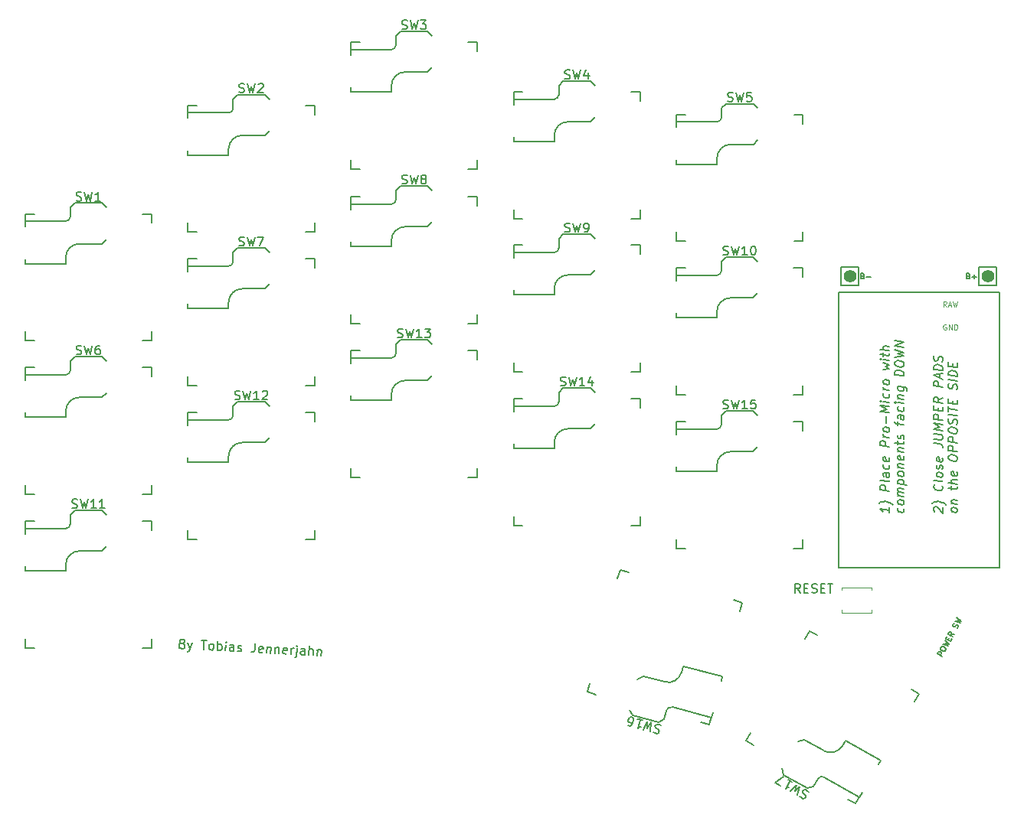
<source format=gbr>
%TF.GenerationSoftware,KiCad,Pcbnew,(6.0.7-1)-1*%
%TF.CreationDate,2022-09-01T14:34:03+02:00*%
%TF.ProjectId,sweep_no_curve,73776565-705f-46e6-9f5f-63757276652e,rev?*%
%TF.SameCoordinates,Original*%
%TF.FileFunction,Legend,Top*%
%TF.FilePolarity,Positive*%
%FSLAX46Y46*%
G04 Gerber Fmt 4.6, Leading zero omitted, Abs format (unit mm)*
G04 Created by KiCad (PCBNEW (6.0.7-1)-1) date 2022-09-01 14:34:03*
%MOMM*%
%LPD*%
G01*
G04 APERTURE LIST*
%ADD10C,0.150000*%
%ADD11C,0.120000*%
%ADD12C,1.397000*%
G04 APERTURE END LIST*
D10*
X37514016Y-86636149D02*
X37654185Y-86691179D01*
X37699247Y-86741225D01*
X37741816Y-86838825D01*
X37734340Y-86981487D01*
X37681802Y-87074102D01*
X37631756Y-87119164D01*
X37534156Y-87161733D01*
X37153726Y-87141795D01*
X37206062Y-86143166D01*
X37538938Y-86160611D01*
X37631554Y-86213149D01*
X37676615Y-86263195D01*
X37719185Y-86360795D01*
X37714200Y-86455903D01*
X37661662Y-86548518D01*
X37611616Y-86593580D01*
X37514016Y-86636149D01*
X37181140Y-86618704D01*
X38092138Y-86523394D02*
X38295017Y-87201608D01*
X38567676Y-86548316D02*
X38295017Y-87201608D01*
X38187448Y-87434393D01*
X38137402Y-87479454D01*
X38039802Y-87522024D01*
X39583751Y-86267775D02*
X40154396Y-86297682D01*
X39816738Y-87281358D02*
X39869074Y-86282729D01*
X40577598Y-87321233D02*
X40484983Y-87268695D01*
X40439921Y-87218649D01*
X40397352Y-87121049D01*
X40412305Y-86835726D01*
X40464843Y-86743111D01*
X40514889Y-86698049D01*
X40612489Y-86655480D01*
X40755150Y-86662957D01*
X40847766Y-86715495D01*
X40892827Y-86765541D01*
X40935397Y-86863140D01*
X40920444Y-87148463D01*
X40867905Y-87241079D01*
X40817860Y-87286140D01*
X40720260Y-87328710D01*
X40577598Y-87321233D01*
X41338459Y-87361108D02*
X41390795Y-86362479D01*
X41370857Y-86742909D02*
X41468457Y-86700339D01*
X41658672Y-86710308D01*
X41751288Y-86762846D01*
X41796349Y-86812892D01*
X41838919Y-86910492D01*
X41823966Y-87195815D01*
X41771427Y-87288430D01*
X41721381Y-87333492D01*
X41623782Y-87376061D01*
X41433567Y-87366092D01*
X41340951Y-87313554D01*
X42241981Y-87408460D02*
X42276872Y-86742707D01*
X42294317Y-86409830D02*
X42244271Y-86454892D01*
X42289333Y-86504938D01*
X42339378Y-86459876D01*
X42294317Y-86409830D01*
X42289333Y-86504938D01*
X43145503Y-87455811D02*
X43172917Y-86932720D01*
X43130348Y-86835120D01*
X43037732Y-86782582D01*
X42847517Y-86772613D01*
X42749917Y-86815182D01*
X43147995Y-87408257D02*
X43050395Y-87450827D01*
X42812626Y-87438366D01*
X42720011Y-87385828D01*
X42677442Y-87288228D01*
X42682426Y-87193120D01*
X42734964Y-87100505D01*
X42832564Y-87057936D01*
X43070333Y-87070397D01*
X43167933Y-87027827D01*
X43575979Y-87430687D02*
X43668595Y-87483225D01*
X43858810Y-87493194D01*
X43956409Y-87450625D01*
X44008948Y-87358009D01*
X44011440Y-87310455D01*
X43968870Y-87212856D01*
X43876255Y-87160318D01*
X43733594Y-87152841D01*
X43640978Y-87100303D01*
X43598409Y-87002703D01*
X43600901Y-86955149D01*
X43653439Y-86862534D01*
X43751039Y-86819964D01*
X43893700Y-86827441D01*
X43986316Y-86879979D01*
X45527974Y-86579299D02*
X45490592Y-87292606D01*
X45435561Y-87432775D01*
X45335469Y-87522898D01*
X45190316Y-87562975D01*
X45095208Y-87557991D01*
X46334099Y-87575234D02*
X46236499Y-87617803D01*
X46046284Y-87607835D01*
X45953669Y-87555297D01*
X45911099Y-87457697D01*
X45931037Y-87077266D01*
X45983575Y-86984651D01*
X46081175Y-86942082D01*
X46271390Y-86952050D01*
X46364005Y-87004589D01*
X46406575Y-87102188D01*
X46401590Y-87197296D01*
X45921068Y-87267482D01*
X46842035Y-86981957D02*
X46807145Y-87647710D01*
X46837051Y-87077064D02*
X46887097Y-87032003D01*
X46984697Y-86989433D01*
X47127358Y-86996910D01*
X47219973Y-87049448D01*
X47262543Y-87147048D01*
X47235129Y-87670139D01*
X47745557Y-87029308D02*
X47710666Y-87695061D01*
X47740573Y-87124416D02*
X47790619Y-87079354D01*
X47888218Y-87036785D01*
X48030880Y-87044261D01*
X48123495Y-87096800D01*
X48166065Y-87194399D01*
X48138651Y-87717491D01*
X48997111Y-87714797D02*
X48899511Y-87757366D01*
X48709296Y-87747397D01*
X48616681Y-87694859D01*
X48574111Y-87597259D01*
X48594049Y-87216829D01*
X48646587Y-87124214D01*
X48744187Y-87081644D01*
X48934402Y-87091613D01*
X49027017Y-87144151D01*
X49069587Y-87241751D01*
X49064602Y-87336859D01*
X48584080Y-87407044D01*
X49470157Y-87787272D02*
X49505047Y-87121519D01*
X49495079Y-87311734D02*
X49547617Y-87219119D01*
X49597663Y-87174057D01*
X49695262Y-87131488D01*
X49790370Y-87136472D01*
X50123246Y-87153918D02*
X50078387Y-88009886D01*
X50025849Y-88102501D01*
X49928249Y-88145071D01*
X49880695Y-88142578D01*
X50140692Y-86821041D02*
X50090646Y-86866103D01*
X50135707Y-86916149D01*
X50185753Y-86871087D01*
X50140692Y-86821041D01*
X50135707Y-86916149D01*
X50991878Y-87867022D02*
X51019292Y-87343931D01*
X50976722Y-87246331D01*
X50884107Y-87193793D01*
X50693892Y-87183824D01*
X50596292Y-87226393D01*
X50994370Y-87819469D02*
X50896770Y-87862038D01*
X50659001Y-87849577D01*
X50566386Y-87797039D01*
X50523817Y-87699439D01*
X50528801Y-87604331D01*
X50581339Y-87511716D01*
X50678939Y-87469147D01*
X50916708Y-87481608D01*
X51014308Y-87439038D01*
X51467416Y-87891944D02*
X51519752Y-86893315D01*
X51895400Y-87914374D02*
X51922814Y-87391282D01*
X51880244Y-87293682D01*
X51787629Y-87241144D01*
X51644968Y-87233668D01*
X51547368Y-87276237D01*
X51497322Y-87321299D01*
X52405828Y-87273543D02*
X52370938Y-87939296D01*
X52400844Y-87368650D02*
X52450890Y-87323589D01*
X52548490Y-87281019D01*
X52691151Y-87288496D01*
X52783766Y-87341034D01*
X52826336Y-87438634D01*
X52798922Y-87961725D01*
X115623780Y-71575442D02*
X115623780Y-72146871D01*
X115623780Y-71861157D02*
X114623780Y-71736157D01*
X114766638Y-71849252D01*
X114861876Y-71956395D01*
X114909495Y-72057585D01*
X116004733Y-71289728D02*
X115957114Y-71236157D01*
X115814257Y-71123061D01*
X115719019Y-71063538D01*
X115576161Y-70998061D01*
X115338066Y-70920680D01*
X115147590Y-70896871D01*
X114909495Y-70914728D01*
X114766638Y-70944490D01*
X114671400Y-70980204D01*
X114528542Y-71057585D01*
X114480923Y-71099252D01*
X115623780Y-69718300D02*
X114623780Y-69593300D01*
X114623780Y-69212347D01*
X114671400Y-69123061D01*
X114719019Y-69081395D01*
X114814257Y-69045680D01*
X114957114Y-69063538D01*
X115052352Y-69123061D01*
X115099971Y-69176633D01*
X115147590Y-69277823D01*
X115147590Y-69658776D01*
X115623780Y-68575442D02*
X115576161Y-68664728D01*
X115480923Y-68700442D01*
X114623780Y-68593300D01*
X115623780Y-67765919D02*
X115099971Y-67700442D01*
X115004733Y-67736157D01*
X114957114Y-67825442D01*
X114957114Y-68015919D01*
X115004733Y-68117109D01*
X115576161Y-67759966D02*
X115623780Y-67861157D01*
X115623780Y-68099252D01*
X115576161Y-68188538D01*
X115480923Y-68224252D01*
X115385685Y-68212347D01*
X115290447Y-68152823D01*
X115242828Y-68051633D01*
X115242828Y-67813538D01*
X115195209Y-67712347D01*
X115576161Y-66855204D02*
X115623780Y-66956395D01*
X115623780Y-67146871D01*
X115576161Y-67236157D01*
X115528542Y-67277823D01*
X115433304Y-67313538D01*
X115147590Y-67277823D01*
X115052352Y-67218300D01*
X115004733Y-67164728D01*
X114957114Y-67063538D01*
X114957114Y-66873061D01*
X115004733Y-66783776D01*
X115576161Y-66045680D02*
X115623780Y-66146871D01*
X115623780Y-66337347D01*
X115576161Y-66426633D01*
X115480923Y-66462347D01*
X115099971Y-66414728D01*
X115004733Y-66355204D01*
X114957114Y-66254014D01*
X114957114Y-66063538D01*
X115004733Y-65974252D01*
X115099971Y-65938538D01*
X115195209Y-65950442D01*
X115290447Y-66438538D01*
X115623780Y-64813538D02*
X114623780Y-64688538D01*
X114623780Y-64307585D01*
X114671400Y-64218300D01*
X114719019Y-64176633D01*
X114814257Y-64140919D01*
X114957114Y-64158776D01*
X115052352Y-64218300D01*
X115099971Y-64271871D01*
X115147590Y-64373061D01*
X115147590Y-64754014D01*
X115623780Y-63813538D02*
X114957114Y-63730204D01*
X115147590Y-63754014D02*
X115052352Y-63694490D01*
X115004733Y-63640919D01*
X114957114Y-63539728D01*
X114957114Y-63444490D01*
X115623780Y-63051633D02*
X115576161Y-63140919D01*
X115528542Y-63182585D01*
X115433304Y-63218300D01*
X115147590Y-63182585D01*
X115052352Y-63123061D01*
X115004733Y-63069490D01*
X114957114Y-62968300D01*
X114957114Y-62825442D01*
X115004733Y-62736157D01*
X115052352Y-62694490D01*
X115147590Y-62658776D01*
X115433304Y-62694490D01*
X115528542Y-62754014D01*
X115576161Y-62807585D01*
X115623780Y-62908776D01*
X115623780Y-63051633D01*
X115242828Y-62242109D02*
X115242828Y-61480204D01*
X115623780Y-61051633D02*
X114623780Y-60926633D01*
X115338066Y-60682585D01*
X114623780Y-60259966D01*
X115623780Y-60384966D01*
X115623780Y-59908776D02*
X114957114Y-59825442D01*
X114623780Y-59783776D02*
X114671400Y-59837347D01*
X114719019Y-59795680D01*
X114671400Y-59742109D01*
X114623780Y-59783776D01*
X114719019Y-59795680D01*
X115576161Y-58998061D02*
X115623780Y-59099252D01*
X115623780Y-59289728D01*
X115576161Y-59379014D01*
X115528542Y-59420680D01*
X115433304Y-59456395D01*
X115147590Y-59420680D01*
X115052352Y-59361157D01*
X115004733Y-59307585D01*
X114957114Y-59206395D01*
X114957114Y-59015919D01*
X115004733Y-58926633D01*
X115623780Y-58575442D02*
X114957114Y-58492109D01*
X115147590Y-58515919D02*
X115052352Y-58456395D01*
X115004733Y-58402823D01*
X114957114Y-58301633D01*
X114957114Y-58206395D01*
X115623780Y-57813538D02*
X115576161Y-57902823D01*
X115528542Y-57944490D01*
X115433304Y-57980204D01*
X115147590Y-57944490D01*
X115052352Y-57884966D01*
X115004733Y-57831395D01*
X114957114Y-57730204D01*
X114957114Y-57587347D01*
X115004733Y-57498061D01*
X115052352Y-57456395D01*
X115147590Y-57420680D01*
X115433304Y-57456395D01*
X115528542Y-57515919D01*
X115576161Y-57569490D01*
X115623780Y-57670680D01*
X115623780Y-57813538D01*
X114957114Y-56301633D02*
X115623780Y-56194490D01*
X115147590Y-55944490D01*
X115623780Y-55813538D01*
X114957114Y-55539728D01*
X115623780Y-55242109D02*
X114957114Y-55158776D01*
X114623780Y-55117109D02*
X114671400Y-55170680D01*
X114719019Y-55129014D01*
X114671400Y-55075442D01*
X114623780Y-55117109D01*
X114719019Y-55129014D01*
X114957114Y-54825442D02*
X114957114Y-54444490D01*
X114623780Y-54640919D02*
X115480923Y-54748061D01*
X115576161Y-54712347D01*
X115623780Y-54623061D01*
X115623780Y-54527823D01*
X115623780Y-54194490D02*
X114623780Y-54069490D01*
X115623780Y-53765919D02*
X115099971Y-53700442D01*
X115004733Y-53736157D01*
X114957114Y-53825442D01*
X114957114Y-53968300D01*
X115004733Y-54069490D01*
X115052352Y-54123061D01*
X117186161Y-71664728D02*
X117233780Y-71765919D01*
X117233780Y-71956395D01*
X117186161Y-72045680D01*
X117138542Y-72087347D01*
X117043304Y-72123061D01*
X116757590Y-72087347D01*
X116662352Y-72027823D01*
X116614733Y-71974252D01*
X116567114Y-71873061D01*
X116567114Y-71682585D01*
X116614733Y-71593300D01*
X117233780Y-71099252D02*
X117186161Y-71188538D01*
X117138542Y-71230204D01*
X117043304Y-71265919D01*
X116757590Y-71230204D01*
X116662352Y-71170680D01*
X116614733Y-71117109D01*
X116567114Y-71015919D01*
X116567114Y-70873061D01*
X116614733Y-70783776D01*
X116662352Y-70742109D01*
X116757590Y-70706395D01*
X117043304Y-70742109D01*
X117138542Y-70801633D01*
X117186161Y-70855204D01*
X117233780Y-70956395D01*
X117233780Y-71099252D01*
X117233780Y-70337347D02*
X116567114Y-70254014D01*
X116662352Y-70265919D02*
X116614733Y-70212347D01*
X116567114Y-70111157D01*
X116567114Y-69968300D01*
X116614733Y-69879014D01*
X116709971Y-69843300D01*
X117233780Y-69908776D01*
X116709971Y-69843300D02*
X116614733Y-69783776D01*
X116567114Y-69682585D01*
X116567114Y-69539728D01*
X116614733Y-69450442D01*
X116709971Y-69414728D01*
X117233780Y-69480204D01*
X116567114Y-68920680D02*
X117567114Y-69045680D01*
X116614733Y-68926633D02*
X116567114Y-68825442D01*
X116567114Y-68634966D01*
X116614733Y-68545680D01*
X116662352Y-68504014D01*
X116757590Y-68468300D01*
X117043304Y-68504014D01*
X117138542Y-68563538D01*
X117186161Y-68617109D01*
X117233780Y-68718300D01*
X117233780Y-68908776D01*
X117186161Y-68998061D01*
X117233780Y-67956395D02*
X117186161Y-68045680D01*
X117138542Y-68087347D01*
X117043304Y-68123061D01*
X116757590Y-68087347D01*
X116662352Y-68027823D01*
X116614733Y-67974252D01*
X116567114Y-67873061D01*
X116567114Y-67730204D01*
X116614733Y-67640919D01*
X116662352Y-67599252D01*
X116757590Y-67563538D01*
X117043304Y-67599252D01*
X117138542Y-67658776D01*
X117186161Y-67712347D01*
X117233780Y-67813538D01*
X117233780Y-67956395D01*
X116567114Y-67111157D02*
X117233780Y-67194490D01*
X116662352Y-67123061D02*
X116614733Y-67069490D01*
X116567114Y-66968300D01*
X116567114Y-66825442D01*
X116614733Y-66736157D01*
X116709971Y-66700442D01*
X117233780Y-66765919D01*
X117186161Y-65902823D02*
X117233780Y-66004014D01*
X117233780Y-66194490D01*
X117186161Y-66283776D01*
X117090923Y-66319490D01*
X116709971Y-66271871D01*
X116614733Y-66212347D01*
X116567114Y-66111157D01*
X116567114Y-65920680D01*
X116614733Y-65831395D01*
X116709971Y-65795680D01*
X116805209Y-65807585D01*
X116900447Y-66295680D01*
X116567114Y-65349252D02*
X117233780Y-65432585D01*
X116662352Y-65361157D02*
X116614733Y-65307585D01*
X116567114Y-65206395D01*
X116567114Y-65063538D01*
X116614733Y-64974252D01*
X116709971Y-64938538D01*
X117233780Y-65004014D01*
X116567114Y-64587347D02*
X116567114Y-64206395D01*
X116233780Y-64402823D02*
X117090923Y-64509966D01*
X117186161Y-64474252D01*
X117233780Y-64384966D01*
X117233780Y-64289728D01*
X117186161Y-63998061D02*
X117233780Y-63908776D01*
X117233780Y-63718300D01*
X117186161Y-63617109D01*
X117090923Y-63557585D01*
X117043304Y-63551633D01*
X116948066Y-63587347D01*
X116900447Y-63676633D01*
X116900447Y-63819490D01*
X116852828Y-63908776D01*
X116757590Y-63944490D01*
X116709971Y-63938538D01*
X116614733Y-63879014D01*
X116567114Y-63777823D01*
X116567114Y-63634966D01*
X116614733Y-63545680D01*
X116567114Y-62444490D02*
X116567114Y-62063538D01*
X117233780Y-62384966D02*
X116376638Y-62277823D01*
X116281400Y-62218300D01*
X116233780Y-62117109D01*
X116233780Y-62021871D01*
X117233780Y-61384966D02*
X116709971Y-61319490D01*
X116614733Y-61355204D01*
X116567114Y-61444490D01*
X116567114Y-61634966D01*
X116614733Y-61736157D01*
X117186161Y-61379014D02*
X117233780Y-61480204D01*
X117233780Y-61718300D01*
X117186161Y-61807585D01*
X117090923Y-61843300D01*
X116995685Y-61831395D01*
X116900447Y-61771871D01*
X116852828Y-61670680D01*
X116852828Y-61432585D01*
X116805209Y-61331395D01*
X117186161Y-60474252D02*
X117233780Y-60575442D01*
X117233780Y-60765919D01*
X117186161Y-60855204D01*
X117138542Y-60896871D01*
X117043304Y-60932585D01*
X116757590Y-60896871D01*
X116662352Y-60837347D01*
X116614733Y-60783776D01*
X116567114Y-60682585D01*
X116567114Y-60492109D01*
X116614733Y-60402823D01*
X117233780Y-60051633D02*
X116567114Y-59968300D01*
X116233780Y-59926633D02*
X116281400Y-59980204D01*
X116329019Y-59938538D01*
X116281400Y-59884966D01*
X116233780Y-59926633D01*
X116329019Y-59938538D01*
X116567114Y-59492109D02*
X117233780Y-59575442D01*
X116662352Y-59504014D02*
X116614733Y-59450442D01*
X116567114Y-59349252D01*
X116567114Y-59206395D01*
X116614733Y-59117109D01*
X116709971Y-59081395D01*
X117233780Y-59146871D01*
X116567114Y-58158776D02*
X117376638Y-58259966D01*
X117471876Y-58319490D01*
X117519495Y-58373061D01*
X117567114Y-58474252D01*
X117567114Y-58617109D01*
X117519495Y-58706395D01*
X117186161Y-58236157D02*
X117233780Y-58337347D01*
X117233780Y-58527823D01*
X117186161Y-58617109D01*
X117138542Y-58658776D01*
X117043304Y-58694490D01*
X116757590Y-58658776D01*
X116662352Y-58599252D01*
X116614733Y-58545680D01*
X116567114Y-58444490D01*
X116567114Y-58254014D01*
X116614733Y-58164728D01*
X117233780Y-57004014D02*
X116233780Y-56879014D01*
X116233780Y-56640919D01*
X116281400Y-56504014D01*
X116376638Y-56420680D01*
X116471876Y-56384966D01*
X116662352Y-56361157D01*
X116805209Y-56379014D01*
X116995685Y-56450442D01*
X117090923Y-56509966D01*
X117186161Y-56617109D01*
X117233780Y-56765919D01*
X117233780Y-57004014D01*
X116233780Y-55688538D02*
X116233780Y-55498061D01*
X116281400Y-55408776D01*
X116376638Y-55325442D01*
X116567114Y-55301633D01*
X116900447Y-55343300D01*
X117090923Y-55414728D01*
X117186161Y-55521871D01*
X117233780Y-55623061D01*
X117233780Y-55813538D01*
X117186161Y-55902823D01*
X117090923Y-55986157D01*
X116900447Y-56009966D01*
X116567114Y-55968300D01*
X116376638Y-55896871D01*
X116281400Y-55789728D01*
X116233780Y-55688538D01*
X116233780Y-54926633D02*
X117233780Y-54813538D01*
X116519495Y-54533776D01*
X117233780Y-54432585D01*
X116233780Y-54069490D01*
X117233780Y-53813538D02*
X116233780Y-53688538D01*
X117233780Y-53242109D01*
X116233780Y-53117109D01*
D11*
X121896342Y-51312800D02*
X121839200Y-51284228D01*
X121753485Y-51284228D01*
X121667771Y-51312800D01*
X121610628Y-51369942D01*
X121582057Y-51427085D01*
X121553485Y-51541371D01*
X121553485Y-51627085D01*
X121582057Y-51741371D01*
X121610628Y-51798514D01*
X121667771Y-51855657D01*
X121753485Y-51884228D01*
X121810628Y-51884228D01*
X121896342Y-51855657D01*
X121924914Y-51827085D01*
X121924914Y-51627085D01*
X121810628Y-51627085D01*
X122182057Y-51884228D02*
X122182057Y-51284228D01*
X122524914Y-51884228D01*
X122524914Y-51284228D01*
X122810628Y-51884228D02*
X122810628Y-51284228D01*
X122953485Y-51284228D01*
X123039200Y-51312800D01*
X123096342Y-51369942D01*
X123124914Y-51427085D01*
X123153485Y-51541371D01*
X123153485Y-51627085D01*
X123124914Y-51741371D01*
X123096342Y-51798514D01*
X123039200Y-51855657D01*
X122953485Y-51884228D01*
X122810628Y-51884228D01*
D10*
X120611819Y-72033776D02*
X120564200Y-71980204D01*
X120516580Y-71879014D01*
X120516580Y-71640919D01*
X120564200Y-71551633D01*
X120611819Y-71509966D01*
X120707057Y-71474252D01*
X120802295Y-71486157D01*
X120945152Y-71551633D01*
X121516580Y-72194490D01*
X121516580Y-71575442D01*
X121897533Y-71289728D02*
X121849914Y-71236157D01*
X121707057Y-71123061D01*
X121611819Y-71063538D01*
X121468961Y-70998061D01*
X121230866Y-70920680D01*
X121040390Y-70896871D01*
X120802295Y-70914728D01*
X120659438Y-70944490D01*
X120564200Y-70980204D01*
X120421342Y-71057585D01*
X120373723Y-71099252D01*
X121421342Y-69134966D02*
X121468961Y-69188538D01*
X121516580Y-69337347D01*
X121516580Y-69432585D01*
X121468961Y-69569490D01*
X121373723Y-69652823D01*
X121278485Y-69688538D01*
X121088009Y-69712347D01*
X120945152Y-69694490D01*
X120754676Y-69623061D01*
X120659438Y-69563538D01*
X120564200Y-69456395D01*
X120516580Y-69307585D01*
X120516580Y-69212347D01*
X120564200Y-69075442D01*
X120611819Y-69033776D01*
X121516580Y-68575442D02*
X121468961Y-68664728D01*
X121373723Y-68700442D01*
X120516580Y-68593300D01*
X121516580Y-68051633D02*
X121468961Y-68140919D01*
X121421342Y-68182585D01*
X121326104Y-68218300D01*
X121040390Y-68182585D01*
X120945152Y-68123061D01*
X120897533Y-68069490D01*
X120849914Y-67968300D01*
X120849914Y-67825442D01*
X120897533Y-67736157D01*
X120945152Y-67694490D01*
X121040390Y-67658776D01*
X121326104Y-67694490D01*
X121421342Y-67754014D01*
X121468961Y-67807585D01*
X121516580Y-67908776D01*
X121516580Y-68051633D01*
X121468961Y-67331395D02*
X121516580Y-67242109D01*
X121516580Y-67051633D01*
X121468961Y-66950442D01*
X121373723Y-66890919D01*
X121326104Y-66884966D01*
X121230866Y-66920680D01*
X121183247Y-67009966D01*
X121183247Y-67152823D01*
X121135628Y-67242109D01*
X121040390Y-67277823D01*
X120992771Y-67271871D01*
X120897533Y-67212347D01*
X120849914Y-67111157D01*
X120849914Y-66968300D01*
X120897533Y-66879014D01*
X121468961Y-66093300D02*
X121516580Y-66194490D01*
X121516580Y-66384966D01*
X121468961Y-66474252D01*
X121373723Y-66509966D01*
X120992771Y-66462347D01*
X120897533Y-66402823D01*
X120849914Y-66301633D01*
X120849914Y-66111157D01*
X120897533Y-66021871D01*
X120992771Y-65986157D01*
X121088009Y-65998061D01*
X121183247Y-66486157D01*
X120516580Y-64450442D02*
X121230866Y-64539728D01*
X121373723Y-64605204D01*
X121468961Y-64712347D01*
X121516580Y-64861157D01*
X121516580Y-64956395D01*
X120516580Y-63974252D02*
X121326104Y-64075442D01*
X121421342Y-64039728D01*
X121468961Y-63998061D01*
X121516580Y-63908776D01*
X121516580Y-63718300D01*
X121468961Y-63617109D01*
X121421342Y-63563538D01*
X121326104Y-63504014D01*
X120516580Y-63402823D01*
X121516580Y-63051633D02*
X120516580Y-62926633D01*
X121230866Y-62682585D01*
X120516580Y-62259966D01*
X121516580Y-62384966D01*
X121516580Y-61908776D02*
X120516580Y-61783776D01*
X120516580Y-61402823D01*
X120564200Y-61313538D01*
X120611819Y-61271871D01*
X120707057Y-61236157D01*
X120849914Y-61254014D01*
X120945152Y-61313538D01*
X120992771Y-61367109D01*
X121040390Y-61468300D01*
X121040390Y-61849252D01*
X120992771Y-60843300D02*
X120992771Y-60509966D01*
X121516580Y-60432585D02*
X121516580Y-60908776D01*
X120516580Y-60783776D01*
X120516580Y-60307585D01*
X121516580Y-59432585D02*
X121040390Y-59706395D01*
X121516580Y-60004014D02*
X120516580Y-59879014D01*
X120516580Y-59498061D01*
X120564200Y-59408776D01*
X120611819Y-59367109D01*
X120707057Y-59331395D01*
X120849914Y-59349252D01*
X120945152Y-59408776D01*
X120992771Y-59462347D01*
X121040390Y-59563538D01*
X121040390Y-59944490D01*
X121516580Y-58242109D02*
X120516580Y-58117109D01*
X120516580Y-57736157D01*
X120564200Y-57646871D01*
X120611819Y-57605204D01*
X120707057Y-57569490D01*
X120849914Y-57587347D01*
X120945152Y-57646871D01*
X120992771Y-57700442D01*
X121040390Y-57801633D01*
X121040390Y-58182585D01*
X121230866Y-57254014D02*
X121230866Y-56777823D01*
X121516580Y-57384966D02*
X120516580Y-56926633D01*
X121516580Y-56718300D01*
X121516580Y-56384966D02*
X120516580Y-56259966D01*
X120516580Y-56021871D01*
X120564200Y-55884966D01*
X120659438Y-55801633D01*
X120754676Y-55765919D01*
X120945152Y-55742109D01*
X121088009Y-55759966D01*
X121278485Y-55831395D01*
X121373723Y-55890919D01*
X121468961Y-55998061D01*
X121516580Y-56146871D01*
X121516580Y-56384966D01*
X121468961Y-55426633D02*
X121516580Y-55289728D01*
X121516580Y-55051633D01*
X121468961Y-54950442D01*
X121421342Y-54896871D01*
X121326104Y-54837347D01*
X121230866Y-54825442D01*
X121135628Y-54861157D01*
X121088009Y-54902823D01*
X121040390Y-54992109D01*
X120992771Y-55176633D01*
X120945152Y-55265919D01*
X120897533Y-55307585D01*
X120802295Y-55343300D01*
X120707057Y-55331395D01*
X120611819Y-55271871D01*
X120564200Y-55218300D01*
X120516580Y-55117109D01*
X120516580Y-54879014D01*
X120564200Y-54742109D01*
X123126580Y-71956395D02*
X123078961Y-72045680D01*
X123031342Y-72087347D01*
X122936104Y-72123061D01*
X122650390Y-72087347D01*
X122555152Y-72027823D01*
X122507533Y-71974252D01*
X122459914Y-71873061D01*
X122459914Y-71730204D01*
X122507533Y-71640919D01*
X122555152Y-71599252D01*
X122650390Y-71563538D01*
X122936104Y-71599252D01*
X123031342Y-71658776D01*
X123078961Y-71712347D01*
X123126580Y-71813538D01*
X123126580Y-71956395D01*
X122459914Y-71111157D02*
X123126580Y-71194490D01*
X122555152Y-71123061D02*
X122507533Y-71069490D01*
X122459914Y-70968300D01*
X122459914Y-70825442D01*
X122507533Y-70736157D01*
X122602771Y-70700442D01*
X123126580Y-70765919D01*
X122459914Y-69587347D02*
X122459914Y-69206395D01*
X122126580Y-69402823D02*
X122983723Y-69509966D01*
X123078961Y-69474252D01*
X123126580Y-69384966D01*
X123126580Y-69289728D01*
X123126580Y-68956395D02*
X122126580Y-68831395D01*
X123126580Y-68527823D02*
X122602771Y-68462347D01*
X122507533Y-68498061D01*
X122459914Y-68587347D01*
X122459914Y-68730204D01*
X122507533Y-68831395D01*
X122555152Y-68884966D01*
X123078961Y-67664728D02*
X123126580Y-67765919D01*
X123126580Y-67956395D01*
X123078961Y-68045680D01*
X122983723Y-68081395D01*
X122602771Y-68033776D01*
X122507533Y-67974252D01*
X122459914Y-67873061D01*
X122459914Y-67682585D01*
X122507533Y-67593300D01*
X122602771Y-67557585D01*
X122698009Y-67569490D01*
X122793247Y-68057585D01*
X122126580Y-66117109D02*
X122126580Y-65926633D01*
X122174200Y-65837347D01*
X122269438Y-65754014D01*
X122459914Y-65730204D01*
X122793247Y-65771871D01*
X122983723Y-65843300D01*
X123078961Y-65950442D01*
X123126580Y-66051633D01*
X123126580Y-66242109D01*
X123078961Y-66331395D01*
X122983723Y-66414728D01*
X122793247Y-66438538D01*
X122459914Y-66396871D01*
X122269438Y-66325442D01*
X122174200Y-66218300D01*
X122126580Y-66117109D01*
X123126580Y-65384966D02*
X122126580Y-65259966D01*
X122126580Y-64879014D01*
X122174200Y-64789728D01*
X122221819Y-64748061D01*
X122317057Y-64712347D01*
X122459914Y-64730204D01*
X122555152Y-64789728D01*
X122602771Y-64843300D01*
X122650390Y-64944490D01*
X122650390Y-65325442D01*
X123126580Y-64384966D02*
X122126580Y-64259966D01*
X122126580Y-63879014D01*
X122174200Y-63789728D01*
X122221819Y-63748061D01*
X122317057Y-63712347D01*
X122459914Y-63730204D01*
X122555152Y-63789728D01*
X122602771Y-63843300D01*
X122650390Y-63944490D01*
X122650390Y-64325442D01*
X122126580Y-63069490D02*
X122126580Y-62879014D01*
X122174200Y-62789728D01*
X122269438Y-62706395D01*
X122459914Y-62682585D01*
X122793247Y-62724252D01*
X122983723Y-62795680D01*
X123078961Y-62902823D01*
X123126580Y-63004014D01*
X123126580Y-63194490D01*
X123078961Y-63283776D01*
X122983723Y-63367109D01*
X122793247Y-63390919D01*
X122459914Y-63349252D01*
X122269438Y-63277823D01*
X122174200Y-63170680D01*
X122126580Y-63069490D01*
X123078961Y-62379014D02*
X123126580Y-62242109D01*
X123126580Y-62004014D01*
X123078961Y-61902823D01*
X123031342Y-61849252D01*
X122936104Y-61789728D01*
X122840866Y-61777823D01*
X122745628Y-61813538D01*
X122698009Y-61855204D01*
X122650390Y-61944490D01*
X122602771Y-62129014D01*
X122555152Y-62218300D01*
X122507533Y-62259966D01*
X122412295Y-62295680D01*
X122317057Y-62283776D01*
X122221819Y-62224252D01*
X122174200Y-62170680D01*
X122126580Y-62069490D01*
X122126580Y-61831395D01*
X122174200Y-61694490D01*
X123126580Y-61384966D02*
X122126580Y-61259966D01*
X122126580Y-60926633D02*
X122126580Y-60355204D01*
X123126580Y-60765919D02*
X122126580Y-60640919D01*
X122602771Y-60081395D02*
X122602771Y-59748061D01*
X123126580Y-59670680D02*
X123126580Y-60146871D01*
X122126580Y-60021871D01*
X122126580Y-59545680D01*
X123078961Y-58521871D02*
X123126580Y-58384966D01*
X123126580Y-58146871D01*
X123078961Y-58045680D01*
X123031342Y-57992109D01*
X122936104Y-57932585D01*
X122840866Y-57920680D01*
X122745628Y-57956395D01*
X122698009Y-57998061D01*
X122650390Y-58087347D01*
X122602771Y-58271871D01*
X122555152Y-58361157D01*
X122507533Y-58402823D01*
X122412295Y-58438538D01*
X122317057Y-58426633D01*
X122221819Y-58367109D01*
X122174200Y-58313538D01*
X122126580Y-58212347D01*
X122126580Y-57974252D01*
X122174200Y-57837347D01*
X123126580Y-57527823D02*
X122126580Y-57402823D01*
X123126580Y-57051633D02*
X122126580Y-56926633D01*
X122126580Y-56688538D01*
X122174200Y-56551633D01*
X122269438Y-56468300D01*
X122364676Y-56432585D01*
X122555152Y-56408776D01*
X122698009Y-56426633D01*
X122888485Y-56498061D01*
X122983723Y-56557585D01*
X123078961Y-56664728D01*
X123126580Y-56813538D01*
X123126580Y-57051633D01*
X122602771Y-55986157D02*
X122602771Y-55652823D01*
X123126580Y-55575442D02*
X123126580Y-56051633D01*
X122126580Y-55926633D01*
X122126580Y-55450442D01*
D11*
X121924914Y-49344228D02*
X121724914Y-49058514D01*
X121582057Y-49344228D02*
X121582057Y-48744228D01*
X121810628Y-48744228D01*
X121867771Y-48772800D01*
X121896342Y-48801371D01*
X121924914Y-48858514D01*
X121924914Y-48944228D01*
X121896342Y-49001371D01*
X121867771Y-49029942D01*
X121810628Y-49058514D01*
X121582057Y-49058514D01*
X122153485Y-49172800D02*
X122439200Y-49172800D01*
X122096342Y-49344228D02*
X122296342Y-48744228D01*
X122496342Y-49344228D01*
X122639200Y-48744228D02*
X122782057Y-49344228D01*
X122896342Y-48915657D01*
X123010628Y-49344228D01*
X123153485Y-48744228D01*
D10*
%TO.C,SW17*%
X106680474Y-103033193D02*
X106580566Y-102920525D01*
X106374369Y-102801478D01*
X106268081Y-102795098D01*
X106203032Y-102812528D01*
X106114174Y-102871197D01*
X106066555Y-102953676D01*
X106060175Y-103059964D01*
X106077605Y-103125013D01*
X106136274Y-103213871D01*
X106277422Y-103350348D01*
X106336091Y-103439207D01*
X106353520Y-103504255D01*
X106347141Y-103610544D01*
X106299522Y-103693022D01*
X106210663Y-103751691D01*
X106145614Y-103769121D01*
X106039326Y-103762741D01*
X105833130Y-103643694D01*
X105733221Y-103531026D01*
X105420737Y-103405598D02*
X105714540Y-102420525D01*
X105192440Y-102943877D01*
X105384626Y-102230049D01*
X104678429Y-102977027D01*
X104394882Y-101658621D02*
X104889754Y-101944335D01*
X104642318Y-101801478D02*
X104142318Y-102667503D01*
X104296225Y-102591404D01*
X104426323Y-102556545D01*
X104532611Y-102562925D01*
X103606207Y-102357979D02*
X103028857Y-102024646D01*
X103900011Y-101372906D01*
%TO.C,SW5*%
X97746666Y-26594761D02*
X97889523Y-26642380D01*
X98127619Y-26642380D01*
X98222857Y-26594761D01*
X98270476Y-26547142D01*
X98318095Y-26451904D01*
X98318095Y-26356666D01*
X98270476Y-26261428D01*
X98222857Y-26213809D01*
X98127619Y-26166190D01*
X97937142Y-26118571D01*
X97841904Y-26070952D01*
X97794285Y-26023333D01*
X97746666Y-25928095D01*
X97746666Y-25832857D01*
X97794285Y-25737619D01*
X97841904Y-25690000D01*
X97937142Y-25642380D01*
X98175238Y-25642380D01*
X98318095Y-25690000D01*
X98651428Y-25642380D02*
X98889523Y-26642380D01*
X99080000Y-25928095D01*
X99270476Y-26642380D01*
X99508571Y-25642380D01*
X100365714Y-25642380D02*
X99889523Y-25642380D01*
X99841904Y-26118571D01*
X99889523Y-26070952D01*
X99984761Y-26023333D01*
X100222857Y-26023333D01*
X100318095Y-26070952D01*
X100365714Y-26118571D01*
X100413333Y-26213809D01*
X100413333Y-26451904D01*
X100365714Y-26547142D01*
X100318095Y-26594761D01*
X100222857Y-26642380D01*
X99984761Y-26642380D01*
X99889523Y-26594761D01*
X99841904Y-26547142D01*
%TO.C,SW4*%
X79746666Y-24094761D02*
X79889523Y-24142380D01*
X80127619Y-24142380D01*
X80222857Y-24094761D01*
X80270476Y-24047142D01*
X80318095Y-23951904D01*
X80318095Y-23856666D01*
X80270476Y-23761428D01*
X80222857Y-23713809D01*
X80127619Y-23666190D01*
X79937142Y-23618571D01*
X79841904Y-23570952D01*
X79794285Y-23523333D01*
X79746666Y-23428095D01*
X79746666Y-23332857D01*
X79794285Y-23237619D01*
X79841904Y-23190000D01*
X79937142Y-23142380D01*
X80175238Y-23142380D01*
X80318095Y-23190000D01*
X80651428Y-23142380D02*
X80889523Y-24142380D01*
X81080000Y-23428095D01*
X81270476Y-24142380D01*
X81508571Y-23142380D01*
X82318095Y-23475714D02*
X82318095Y-24142380D01*
X82080000Y-23094761D02*
X81841904Y-23809047D01*
X82460952Y-23809047D01*
%TO.C,SW9*%
X79746666Y-41044761D02*
X79889523Y-41092380D01*
X80127619Y-41092380D01*
X80222857Y-41044761D01*
X80270476Y-40997142D01*
X80318095Y-40901904D01*
X80318095Y-40806666D01*
X80270476Y-40711428D01*
X80222857Y-40663809D01*
X80127619Y-40616190D01*
X79937142Y-40568571D01*
X79841904Y-40520952D01*
X79794285Y-40473333D01*
X79746666Y-40378095D01*
X79746666Y-40282857D01*
X79794285Y-40187619D01*
X79841904Y-40140000D01*
X79937142Y-40092380D01*
X80175238Y-40092380D01*
X80318095Y-40140000D01*
X80651428Y-40092380D02*
X80889523Y-41092380D01*
X81080000Y-40378095D01*
X81270476Y-41092380D01*
X81508571Y-40092380D01*
X81937142Y-41092380D02*
X82127619Y-41092380D01*
X82222857Y-41044761D01*
X82270476Y-40997142D01*
X82365714Y-40854285D01*
X82413333Y-40663809D01*
X82413333Y-40282857D01*
X82365714Y-40187619D01*
X82318095Y-40140000D01*
X82222857Y-40092380D01*
X82032380Y-40092380D01*
X81937142Y-40140000D01*
X81889523Y-40187619D01*
X81841904Y-40282857D01*
X81841904Y-40520952D01*
X81889523Y-40616190D01*
X81937142Y-40663809D01*
X82032380Y-40711428D01*
X82222857Y-40711428D01*
X82318095Y-40663809D01*
X82365714Y-40616190D01*
X82413333Y-40520952D01*
%TO.C,SW3*%
X61746666Y-18594761D02*
X61889523Y-18642380D01*
X62127619Y-18642380D01*
X62222857Y-18594761D01*
X62270476Y-18547142D01*
X62318095Y-18451904D01*
X62318095Y-18356666D01*
X62270476Y-18261428D01*
X62222857Y-18213809D01*
X62127619Y-18166190D01*
X61937142Y-18118571D01*
X61841904Y-18070952D01*
X61794285Y-18023333D01*
X61746666Y-17928095D01*
X61746666Y-17832857D01*
X61794285Y-17737619D01*
X61841904Y-17690000D01*
X61937142Y-17642380D01*
X62175238Y-17642380D01*
X62318095Y-17690000D01*
X62651428Y-17642380D02*
X62889523Y-18642380D01*
X63080000Y-17928095D01*
X63270476Y-18642380D01*
X63508571Y-17642380D01*
X63794285Y-17642380D02*
X64413333Y-17642380D01*
X64080000Y-18023333D01*
X64222857Y-18023333D01*
X64318095Y-18070952D01*
X64365714Y-18118571D01*
X64413333Y-18213809D01*
X64413333Y-18451904D01*
X64365714Y-18547142D01*
X64318095Y-18594761D01*
X64222857Y-18642380D01*
X63937142Y-18642380D01*
X63841904Y-18594761D01*
X63794285Y-18547142D01*
%TO.C,SW8*%
X61746666Y-35710761D02*
X61889523Y-35758380D01*
X62127619Y-35758380D01*
X62222857Y-35710761D01*
X62270476Y-35663142D01*
X62318095Y-35567904D01*
X62318095Y-35472666D01*
X62270476Y-35377428D01*
X62222857Y-35329809D01*
X62127619Y-35282190D01*
X61937142Y-35234571D01*
X61841904Y-35186952D01*
X61794285Y-35139333D01*
X61746666Y-35044095D01*
X61746666Y-34948857D01*
X61794285Y-34853619D01*
X61841904Y-34806000D01*
X61937142Y-34758380D01*
X62175238Y-34758380D01*
X62318095Y-34806000D01*
X62651428Y-34758380D02*
X62889523Y-35758380D01*
X63080000Y-35044095D01*
X63270476Y-35758380D01*
X63508571Y-34758380D01*
X64032380Y-35186952D02*
X63937142Y-35139333D01*
X63889523Y-35091714D01*
X63841904Y-34996476D01*
X63841904Y-34948857D01*
X63889523Y-34853619D01*
X63937142Y-34806000D01*
X64032380Y-34758380D01*
X64222857Y-34758380D01*
X64318095Y-34806000D01*
X64365714Y-34853619D01*
X64413333Y-34948857D01*
X64413333Y-34996476D01*
X64365714Y-35091714D01*
X64318095Y-35139333D01*
X64222857Y-35186952D01*
X64032380Y-35186952D01*
X63937142Y-35234571D01*
X63889523Y-35282190D01*
X63841904Y-35377428D01*
X63841904Y-35567904D01*
X63889523Y-35663142D01*
X63937142Y-35710761D01*
X64032380Y-35758380D01*
X64222857Y-35758380D01*
X64318095Y-35710761D01*
X64365714Y-35663142D01*
X64413333Y-35567904D01*
X64413333Y-35377428D01*
X64365714Y-35282190D01*
X64318095Y-35234571D01*
X64222857Y-35186952D01*
%TO.C,SW2*%
X43746666Y-25594761D02*
X43889523Y-25642380D01*
X44127619Y-25642380D01*
X44222857Y-25594761D01*
X44270476Y-25547142D01*
X44318095Y-25451904D01*
X44318095Y-25356666D01*
X44270476Y-25261428D01*
X44222857Y-25213809D01*
X44127619Y-25166190D01*
X43937142Y-25118571D01*
X43841904Y-25070952D01*
X43794285Y-25023333D01*
X43746666Y-24928095D01*
X43746666Y-24832857D01*
X43794285Y-24737619D01*
X43841904Y-24690000D01*
X43937142Y-24642380D01*
X44175238Y-24642380D01*
X44318095Y-24690000D01*
X44651428Y-24642380D02*
X44889523Y-25642380D01*
X45080000Y-24928095D01*
X45270476Y-25642380D01*
X45508571Y-24642380D01*
X45841904Y-24737619D02*
X45889523Y-24690000D01*
X45984761Y-24642380D01*
X46222857Y-24642380D01*
X46318095Y-24690000D01*
X46365714Y-24737619D01*
X46413333Y-24832857D01*
X46413333Y-24928095D01*
X46365714Y-25070952D01*
X45794285Y-25642380D01*
X46413333Y-25642380D01*
%TO.C,SW7*%
X43746666Y-42568761D02*
X43889523Y-42616380D01*
X44127619Y-42616380D01*
X44222857Y-42568761D01*
X44270476Y-42521142D01*
X44318095Y-42425904D01*
X44318095Y-42330666D01*
X44270476Y-42235428D01*
X44222857Y-42187809D01*
X44127619Y-42140190D01*
X43937142Y-42092571D01*
X43841904Y-42044952D01*
X43794285Y-41997333D01*
X43746666Y-41902095D01*
X43746666Y-41806857D01*
X43794285Y-41711619D01*
X43841904Y-41664000D01*
X43937142Y-41616380D01*
X44175238Y-41616380D01*
X44318095Y-41664000D01*
X44651428Y-41616380D02*
X44889523Y-42616380D01*
X45080000Y-41902095D01*
X45270476Y-42616380D01*
X45508571Y-41616380D01*
X45794285Y-41616380D02*
X46460952Y-41616380D01*
X46032380Y-42616380D01*
%TO.C,SW1*%
X25746666Y-37594761D02*
X25889523Y-37642380D01*
X26127619Y-37642380D01*
X26222857Y-37594761D01*
X26270476Y-37547142D01*
X26318095Y-37451904D01*
X26318095Y-37356666D01*
X26270476Y-37261428D01*
X26222857Y-37213809D01*
X26127619Y-37166190D01*
X25937142Y-37118571D01*
X25841904Y-37070952D01*
X25794285Y-37023333D01*
X25746666Y-36928095D01*
X25746666Y-36832857D01*
X25794285Y-36737619D01*
X25841904Y-36690000D01*
X25937142Y-36642380D01*
X26175238Y-36642380D01*
X26318095Y-36690000D01*
X26651428Y-36642380D02*
X26889523Y-37642380D01*
X27080000Y-36928095D01*
X27270476Y-37642380D01*
X27508571Y-36642380D01*
X28413333Y-37642380D02*
X27841904Y-37642380D01*
X28127619Y-37642380D02*
X28127619Y-36642380D01*
X28032380Y-36785238D01*
X27937142Y-36880476D01*
X27841904Y-36928095D01*
%TO.C,SW6*%
X25746666Y-54594761D02*
X25889523Y-54642380D01*
X26127619Y-54642380D01*
X26222857Y-54594761D01*
X26270476Y-54547142D01*
X26318095Y-54451904D01*
X26318095Y-54356666D01*
X26270476Y-54261428D01*
X26222857Y-54213809D01*
X26127619Y-54166190D01*
X25937142Y-54118571D01*
X25841904Y-54070952D01*
X25794285Y-54023333D01*
X25746666Y-53928095D01*
X25746666Y-53832857D01*
X25794285Y-53737619D01*
X25841904Y-53690000D01*
X25937142Y-53642380D01*
X26175238Y-53642380D01*
X26318095Y-53690000D01*
X26651428Y-53642380D02*
X26889523Y-54642380D01*
X27080000Y-53928095D01*
X27270476Y-54642380D01*
X27508571Y-53642380D01*
X28318095Y-53642380D02*
X28127619Y-53642380D01*
X28032380Y-53690000D01*
X27984761Y-53737619D01*
X27889523Y-53880476D01*
X27841904Y-54070952D01*
X27841904Y-54451904D01*
X27889523Y-54547142D01*
X27937142Y-54594761D01*
X28032380Y-54642380D01*
X28222857Y-54642380D01*
X28318095Y-54594761D01*
X28365714Y-54547142D01*
X28413333Y-54451904D01*
X28413333Y-54213809D01*
X28365714Y-54118571D01*
X28318095Y-54070952D01*
X28222857Y-54023333D01*
X28032380Y-54023333D01*
X27937142Y-54070952D01*
X27889523Y-54118571D01*
X27841904Y-54213809D01*
%TO.C,SW10*%
X97250476Y-43584761D02*
X97393333Y-43632380D01*
X97631428Y-43632380D01*
X97726666Y-43584761D01*
X97774285Y-43537142D01*
X97821904Y-43441904D01*
X97821904Y-43346666D01*
X97774285Y-43251428D01*
X97726666Y-43203809D01*
X97631428Y-43156190D01*
X97440952Y-43108571D01*
X97345714Y-43060952D01*
X97298095Y-43013333D01*
X97250476Y-42918095D01*
X97250476Y-42822857D01*
X97298095Y-42727619D01*
X97345714Y-42680000D01*
X97440952Y-42632380D01*
X97679047Y-42632380D01*
X97821904Y-42680000D01*
X98155238Y-42632380D02*
X98393333Y-43632380D01*
X98583809Y-42918095D01*
X98774285Y-43632380D01*
X99012380Y-42632380D01*
X99917142Y-43632380D02*
X99345714Y-43632380D01*
X99631428Y-43632380D02*
X99631428Y-42632380D01*
X99536190Y-42775238D01*
X99440952Y-42870476D01*
X99345714Y-42918095D01*
X100536190Y-42632380D02*
X100631428Y-42632380D01*
X100726666Y-42680000D01*
X100774285Y-42727619D01*
X100821904Y-42822857D01*
X100869523Y-43013333D01*
X100869523Y-43251428D01*
X100821904Y-43441904D01*
X100774285Y-43537142D01*
X100726666Y-43584761D01*
X100631428Y-43632380D01*
X100536190Y-43632380D01*
X100440952Y-43584761D01*
X100393333Y-43537142D01*
X100345714Y-43441904D01*
X100298095Y-43251428D01*
X100298095Y-43013333D01*
X100345714Y-42822857D01*
X100393333Y-42727619D01*
X100440952Y-42680000D01*
X100536190Y-42632380D01*
%TO.C,SW15*%
X97250476Y-60602761D02*
X97393333Y-60650380D01*
X97631428Y-60650380D01*
X97726666Y-60602761D01*
X97774285Y-60555142D01*
X97821904Y-60459904D01*
X97821904Y-60364666D01*
X97774285Y-60269428D01*
X97726666Y-60221809D01*
X97631428Y-60174190D01*
X97440952Y-60126571D01*
X97345714Y-60078952D01*
X97298095Y-60031333D01*
X97250476Y-59936095D01*
X97250476Y-59840857D01*
X97298095Y-59745619D01*
X97345714Y-59698000D01*
X97440952Y-59650380D01*
X97679047Y-59650380D01*
X97821904Y-59698000D01*
X98155238Y-59650380D02*
X98393333Y-60650380D01*
X98583809Y-59936095D01*
X98774285Y-60650380D01*
X99012380Y-59650380D01*
X99917142Y-60650380D02*
X99345714Y-60650380D01*
X99631428Y-60650380D02*
X99631428Y-59650380D01*
X99536190Y-59793238D01*
X99440952Y-59888476D01*
X99345714Y-59936095D01*
X100821904Y-59650380D02*
X100345714Y-59650380D01*
X100298095Y-60126571D01*
X100345714Y-60078952D01*
X100440952Y-60031333D01*
X100679047Y-60031333D01*
X100774285Y-60078952D01*
X100821904Y-60126571D01*
X100869523Y-60221809D01*
X100869523Y-60459904D01*
X100821904Y-60555142D01*
X100774285Y-60602761D01*
X100679047Y-60650380D01*
X100440952Y-60650380D01*
X100345714Y-60602761D01*
X100298095Y-60555142D01*
%TO.C,SW14*%
X79270476Y-58062761D02*
X79413333Y-58110380D01*
X79651428Y-58110380D01*
X79746666Y-58062761D01*
X79794285Y-58015142D01*
X79841904Y-57919904D01*
X79841904Y-57824666D01*
X79794285Y-57729428D01*
X79746666Y-57681809D01*
X79651428Y-57634190D01*
X79460952Y-57586571D01*
X79365714Y-57538952D01*
X79318095Y-57491333D01*
X79270476Y-57396095D01*
X79270476Y-57300857D01*
X79318095Y-57205619D01*
X79365714Y-57158000D01*
X79460952Y-57110380D01*
X79699047Y-57110380D01*
X79841904Y-57158000D01*
X80175238Y-57110380D02*
X80413333Y-58110380D01*
X80603809Y-57396095D01*
X80794285Y-58110380D01*
X81032380Y-57110380D01*
X81937142Y-58110380D02*
X81365714Y-58110380D01*
X81651428Y-58110380D02*
X81651428Y-57110380D01*
X81556190Y-57253238D01*
X81460952Y-57348476D01*
X81365714Y-57396095D01*
X82794285Y-57443714D02*
X82794285Y-58110380D01*
X82556190Y-57062761D02*
X82318095Y-57777047D01*
X82937142Y-57777047D01*
%TO.C,SW13*%
X61270476Y-52728761D02*
X61413333Y-52776380D01*
X61651428Y-52776380D01*
X61746666Y-52728761D01*
X61794285Y-52681142D01*
X61841904Y-52585904D01*
X61841904Y-52490666D01*
X61794285Y-52395428D01*
X61746666Y-52347809D01*
X61651428Y-52300190D01*
X61460952Y-52252571D01*
X61365714Y-52204952D01*
X61318095Y-52157333D01*
X61270476Y-52062095D01*
X61270476Y-51966857D01*
X61318095Y-51871619D01*
X61365714Y-51824000D01*
X61460952Y-51776380D01*
X61699047Y-51776380D01*
X61841904Y-51824000D01*
X62175238Y-51776380D02*
X62413333Y-52776380D01*
X62603809Y-52062095D01*
X62794285Y-52776380D01*
X63032380Y-51776380D01*
X63937142Y-52776380D02*
X63365714Y-52776380D01*
X63651428Y-52776380D02*
X63651428Y-51776380D01*
X63556190Y-51919238D01*
X63460952Y-52014476D01*
X63365714Y-52062095D01*
X64270476Y-51776380D02*
X64889523Y-51776380D01*
X64556190Y-52157333D01*
X64699047Y-52157333D01*
X64794285Y-52204952D01*
X64841904Y-52252571D01*
X64889523Y-52347809D01*
X64889523Y-52585904D01*
X64841904Y-52681142D01*
X64794285Y-52728761D01*
X64699047Y-52776380D01*
X64413333Y-52776380D01*
X64318095Y-52728761D01*
X64270476Y-52681142D01*
%TO.C,SW12*%
X43270476Y-59586761D02*
X43413333Y-59634380D01*
X43651428Y-59634380D01*
X43746666Y-59586761D01*
X43794285Y-59539142D01*
X43841904Y-59443904D01*
X43841904Y-59348666D01*
X43794285Y-59253428D01*
X43746666Y-59205809D01*
X43651428Y-59158190D01*
X43460952Y-59110571D01*
X43365714Y-59062952D01*
X43318095Y-59015333D01*
X43270476Y-58920095D01*
X43270476Y-58824857D01*
X43318095Y-58729619D01*
X43365714Y-58682000D01*
X43460952Y-58634380D01*
X43699047Y-58634380D01*
X43841904Y-58682000D01*
X44175238Y-58634380D02*
X44413333Y-59634380D01*
X44603809Y-58920095D01*
X44794285Y-59634380D01*
X45032380Y-58634380D01*
X45937142Y-59634380D02*
X45365714Y-59634380D01*
X45651428Y-59634380D02*
X45651428Y-58634380D01*
X45556190Y-58777238D01*
X45460952Y-58872476D01*
X45365714Y-58920095D01*
X46318095Y-58729619D02*
X46365714Y-58682000D01*
X46460952Y-58634380D01*
X46699047Y-58634380D01*
X46794285Y-58682000D01*
X46841904Y-58729619D01*
X46889523Y-58824857D01*
X46889523Y-58920095D01*
X46841904Y-59062952D01*
X46270476Y-59634380D01*
X46889523Y-59634380D01*
%TO.C,SW16*%
X90347724Y-95694450D02*
X90222060Y-95611479D01*
X89992077Y-95549856D01*
X89887760Y-95571203D01*
X89829439Y-95604874D01*
X89758793Y-95684543D01*
X89734143Y-95776535D01*
X89755490Y-95880853D01*
X89789162Y-95939174D01*
X89868830Y-96009820D01*
X90040491Y-96105116D01*
X90120160Y-96175761D01*
X90153831Y-96234083D01*
X90175178Y-96338400D01*
X90150529Y-96430393D01*
X90079883Y-96510061D01*
X90021562Y-96543733D01*
X89917244Y-96565080D01*
X89687262Y-96503457D01*
X89561597Y-96420486D01*
X89227297Y-96380209D02*
X89256134Y-95352660D01*
X88887277Y-95993308D01*
X88888162Y-95254062D01*
X88399361Y-96158365D01*
X87784247Y-94958269D02*
X88336204Y-95106166D01*
X88060226Y-95032217D02*
X87801407Y-95998143D01*
X87930374Y-95884803D01*
X88047016Y-95817460D01*
X88151334Y-95796113D01*
X86697491Y-95702350D02*
X86881477Y-95751649D01*
X86985795Y-95730302D01*
X87044116Y-95696630D01*
X87173083Y-95583290D01*
X87268379Y-95411629D01*
X87366976Y-95043657D01*
X87345629Y-94939340D01*
X87311957Y-94881018D01*
X87232289Y-94810373D01*
X87048303Y-94761074D01*
X86943986Y-94782421D01*
X86885665Y-94816092D01*
X86815019Y-94895761D01*
X86753395Y-95125743D01*
X86774742Y-95230061D01*
X86808414Y-95288382D01*
X86888082Y-95359028D01*
X87072068Y-95408327D01*
X87176386Y-95386980D01*
X87234707Y-95353308D01*
X87305353Y-95273640D01*
%TO.C,SW11*%
X25270476Y-71594761D02*
X25413333Y-71642380D01*
X25651428Y-71642380D01*
X25746666Y-71594761D01*
X25794285Y-71547142D01*
X25841904Y-71451904D01*
X25841904Y-71356666D01*
X25794285Y-71261428D01*
X25746666Y-71213809D01*
X25651428Y-71166190D01*
X25460952Y-71118571D01*
X25365714Y-71070952D01*
X25318095Y-71023333D01*
X25270476Y-70928095D01*
X25270476Y-70832857D01*
X25318095Y-70737619D01*
X25365714Y-70690000D01*
X25460952Y-70642380D01*
X25699047Y-70642380D01*
X25841904Y-70690000D01*
X26175238Y-70642380D02*
X26413333Y-71642380D01*
X26603809Y-70928095D01*
X26794285Y-71642380D01*
X27032380Y-70642380D01*
X27937142Y-71642380D02*
X27365714Y-71642380D01*
X27651428Y-71642380D02*
X27651428Y-70642380D01*
X27556190Y-70785238D01*
X27460952Y-70880476D01*
X27365714Y-70928095D01*
X28889523Y-71642380D02*
X28318095Y-71642380D01*
X28603809Y-71642380D02*
X28603809Y-70642380D01*
X28508571Y-70785238D01*
X28413333Y-70880476D01*
X28318095Y-70928095D01*
%TO.C,POWER SW*%
X121489479Y-88030770D02*
X120959711Y-87749087D01*
X121067018Y-87547270D01*
X121119072Y-87510230D01*
X121157713Y-87498416D01*
X121221580Y-87500016D01*
X121297262Y-87540256D01*
X121334302Y-87592310D01*
X121346116Y-87630951D01*
X121344516Y-87694818D01*
X121237208Y-87896635D01*
X121295047Y-87118410D02*
X121348701Y-87017502D01*
X121400755Y-86980461D01*
X121478036Y-86956834D01*
X121592358Y-86985261D01*
X121768948Y-87079155D01*
X121856442Y-87158036D01*
X121880070Y-87235317D01*
X121878470Y-87299185D01*
X121824816Y-87400093D01*
X121772762Y-87437134D01*
X121695481Y-87460761D01*
X121581159Y-87432334D01*
X121404569Y-87338440D01*
X121317075Y-87259559D01*
X121293447Y-87182278D01*
X121295047Y-87118410D01*
X121509663Y-86714777D02*
X122106499Y-86870324D01*
X121781747Y-86568214D01*
X122213807Y-86668508D01*
X121751105Y-86260690D01*
X122110684Y-86193008D02*
X122204578Y-86016418D01*
X122522316Y-86088285D02*
X122388182Y-86340556D01*
X121858413Y-86058873D01*
X121992548Y-85806602D01*
X122803999Y-85558517D02*
X122457834Y-85600971D01*
X122643038Y-85861241D02*
X122113269Y-85579559D01*
X122220577Y-85377742D01*
X122272631Y-85340701D01*
X122311272Y-85328888D01*
X122375139Y-85330488D01*
X122450820Y-85370728D01*
X122487861Y-85422782D01*
X122499675Y-85461422D01*
X122498075Y-85525290D01*
X122390767Y-85727107D01*
X123100696Y-84939653D02*
X123166163Y-84877386D01*
X123233231Y-84751250D01*
X123234830Y-84687383D01*
X123223017Y-84648742D01*
X123185976Y-84596688D01*
X123135522Y-84569861D01*
X123071654Y-84568261D01*
X123033014Y-84580075D01*
X122980960Y-84617115D01*
X122902079Y-84704610D01*
X122850025Y-84741651D01*
X122811384Y-84753465D01*
X122747517Y-84751865D01*
X122697063Y-84725038D01*
X122660022Y-84672984D01*
X122648208Y-84634343D01*
X122649808Y-84570476D01*
X122716875Y-84444340D01*
X122782343Y-84382072D01*
X122851010Y-84192069D02*
X123447846Y-84347617D01*
X123123094Y-84045507D01*
X123555154Y-84145800D01*
X123092453Y-83737982D01*
%TO.C,B+*%
X124385428Y-45931142D02*
X124471142Y-45959714D01*
X124499714Y-45988285D01*
X124528285Y-46045428D01*
X124528285Y-46131142D01*
X124499714Y-46188285D01*
X124471142Y-46216857D01*
X124414000Y-46245428D01*
X124185428Y-46245428D01*
X124185428Y-45645428D01*
X124385428Y-45645428D01*
X124442571Y-45674000D01*
X124471142Y-45702571D01*
X124499714Y-45759714D01*
X124499714Y-45816857D01*
X124471142Y-45874000D01*
X124442571Y-45902571D01*
X124385428Y-45931142D01*
X124185428Y-45931142D01*
X124785428Y-46016857D02*
X125242571Y-46016857D01*
X125014000Y-46245428D02*
X125014000Y-45788285D01*
%TO.C,B-*%
X112701428Y-45931142D02*
X112787142Y-45959714D01*
X112815714Y-45988285D01*
X112844285Y-46045428D01*
X112844285Y-46131142D01*
X112815714Y-46188285D01*
X112787142Y-46216857D01*
X112730000Y-46245428D01*
X112501428Y-46245428D01*
X112501428Y-45645428D01*
X112701428Y-45645428D01*
X112758571Y-45674000D01*
X112787142Y-45702571D01*
X112815714Y-45759714D01*
X112815714Y-45816857D01*
X112787142Y-45874000D01*
X112758571Y-45902571D01*
X112701428Y-45931142D01*
X112501428Y-45931142D01*
X113101428Y-46016857D02*
X113558571Y-46016857D01*
%TO.C,RSW2*%
X105762419Y-81001980D02*
X105429085Y-80525790D01*
X105190990Y-81001980D02*
X105190990Y-80001980D01*
X105571942Y-80001980D01*
X105667180Y-80049600D01*
X105714800Y-80097219D01*
X105762419Y-80192457D01*
X105762419Y-80335314D01*
X105714800Y-80430552D01*
X105667180Y-80478171D01*
X105571942Y-80525790D01*
X105190990Y-80525790D01*
X106190990Y-80478171D02*
X106524323Y-80478171D01*
X106667180Y-81001980D02*
X106190990Y-81001980D01*
X106190990Y-80001980D01*
X106667180Y-80001980D01*
X107048133Y-80954361D02*
X107190990Y-81001980D01*
X107429085Y-81001980D01*
X107524323Y-80954361D01*
X107571942Y-80906742D01*
X107619561Y-80811504D01*
X107619561Y-80716266D01*
X107571942Y-80621028D01*
X107524323Y-80573409D01*
X107429085Y-80525790D01*
X107238609Y-80478171D01*
X107143371Y-80430552D01*
X107095752Y-80382933D01*
X107048133Y-80287695D01*
X107048133Y-80192457D01*
X107095752Y-80097219D01*
X107143371Y-80049600D01*
X107238609Y-80001980D01*
X107476704Y-80001980D01*
X107619561Y-80049600D01*
X108048133Y-80478171D02*
X108381466Y-80478171D01*
X108524323Y-81001980D02*
X108048133Y-81001980D01*
X108048133Y-80001980D01*
X108524323Y-80001980D01*
X108810038Y-80001980D02*
X109381466Y-80001980D01*
X109095752Y-81001980D02*
X109095752Y-80001980D01*
%TO.C,SW17*%
X100659848Y-97842178D02*
X99793822Y-97342178D01*
X106555038Y-102631408D02*
X107238051Y-102448396D01*
X114668178Y-99579038D02*
X114418178Y-100012051D01*
X107738051Y-101582370D02*
X107238051Y-102448396D01*
X103773949Y-100448396D02*
X103956962Y-101131408D01*
X118918178Y-92217822D02*
X118418178Y-93083848D01*
X106793822Y-85217822D02*
X107659848Y-85717822D01*
X110421064Y-97935256D02*
X110771064Y-97329038D01*
X112318178Y-103649358D02*
X108421064Y-101399358D01*
X103956962Y-101131408D02*
X106555038Y-102631408D01*
X99793822Y-97342178D02*
X100293822Y-96476152D01*
X118052152Y-91717822D02*
X118918178Y-92217822D01*
X112618178Y-103129742D02*
X112318178Y-103649358D01*
X110771064Y-97329038D02*
X114668178Y-99579038D01*
X106206962Y-97234294D02*
X108372025Y-98484294D01*
X112418178Y-103476152D02*
X111918178Y-104342178D01*
X106293822Y-86083848D02*
X106793822Y-85217822D01*
X105523949Y-97417307D02*
X106206962Y-97234294D01*
X111918178Y-104342178D02*
X111052152Y-103842178D01*
X108421064Y-101399358D02*
G75*
G03*
X107738051Y-101582370I-250000J-433014D01*
G01*
X108372025Y-98484294D02*
G75*
G03*
X110421064Y-97935256I750000J1299039D01*
G01*
%TO.C,SW5*%
X105080000Y-28080000D02*
X106080000Y-28080000D01*
X97580000Y-26880000D02*
X97080000Y-27380000D01*
X92080000Y-33580000D02*
X92080000Y-33080000D01*
X97080000Y-28380000D02*
X97080000Y-27380000D01*
X101080000Y-27380000D02*
X100580000Y-26880000D01*
X92080000Y-42080000D02*
X92080000Y-41080000D01*
X106080000Y-42080000D02*
X105080000Y-42080000D01*
X96580000Y-32880000D02*
X96580000Y-33580000D01*
X92080000Y-28880000D02*
X96580000Y-28880000D01*
X100580000Y-26880000D02*
X97580000Y-26880000D01*
X106080000Y-28080000D02*
X106080000Y-29080000D01*
X93080000Y-42080000D02*
X92080000Y-42080000D01*
X92080000Y-29480000D02*
X92080000Y-28880000D01*
X96580000Y-33580000D02*
X92080000Y-33580000D01*
X100580000Y-31380000D02*
X98080000Y-31380000D01*
X92080000Y-29080000D02*
X92080000Y-28080000D01*
X106080000Y-41080000D02*
X106080000Y-42080000D01*
X101080000Y-30880000D02*
X100580000Y-31380000D01*
X92080000Y-28080000D02*
X93080000Y-28080000D01*
X96580000Y-28880000D02*
G75*
G03*
X97080000Y-28380000I-1J500001D01*
G01*
X98080000Y-31380000D02*
G75*
G03*
X96580000Y-32880000I1J-1500001D01*
G01*
%TO.C,SW4*%
X87080000Y-25580000D02*
X88080000Y-25580000D01*
X79580000Y-24380000D02*
X79080000Y-24880000D01*
X74080000Y-31080000D02*
X74080000Y-30580000D01*
X79080000Y-25880000D02*
X79080000Y-24880000D01*
X83080000Y-24880000D02*
X82580000Y-24380000D01*
X74080000Y-39580000D02*
X74080000Y-38580000D01*
X88080000Y-39580000D02*
X87080000Y-39580000D01*
X78580000Y-30380000D02*
X78580000Y-31080000D01*
X74080000Y-26380000D02*
X78580000Y-26380000D01*
X82580000Y-24380000D02*
X79580000Y-24380000D01*
X88080000Y-25580000D02*
X88080000Y-26580000D01*
X75080000Y-39580000D02*
X74080000Y-39580000D01*
X74080000Y-26980000D02*
X74080000Y-26380000D01*
X78580000Y-31080000D02*
X74080000Y-31080000D01*
X82580000Y-28880000D02*
X80080000Y-28880000D01*
X74080000Y-26580000D02*
X74080000Y-25580000D01*
X88080000Y-38580000D02*
X88080000Y-39580000D01*
X83080000Y-28380000D02*
X82580000Y-28880000D01*
X74080000Y-25580000D02*
X75080000Y-25580000D01*
X78580000Y-26380000D02*
G75*
G03*
X79080000Y-25880000I-1J500001D01*
G01*
X80080000Y-28880000D02*
G75*
G03*
X78580000Y-30380000I1J-1500001D01*
G01*
%TO.C,SW9*%
X87080000Y-42530000D02*
X88080000Y-42530000D01*
X79580000Y-41330000D02*
X79080000Y-41830000D01*
X74080000Y-48030000D02*
X74080000Y-47530000D01*
X79080000Y-42830000D02*
X79080000Y-41830000D01*
X83080000Y-41830000D02*
X82580000Y-41330000D01*
X74080000Y-56530000D02*
X74080000Y-55530000D01*
X88080000Y-56530000D02*
X87080000Y-56530000D01*
X78580000Y-47330000D02*
X78580000Y-48030000D01*
X74080000Y-43330000D02*
X78580000Y-43330000D01*
X82580000Y-41330000D02*
X79580000Y-41330000D01*
X88080000Y-42530000D02*
X88080000Y-43530000D01*
X75080000Y-56530000D02*
X74080000Y-56530000D01*
X74080000Y-43930000D02*
X74080000Y-43330000D01*
X78580000Y-48030000D02*
X74080000Y-48030000D01*
X82580000Y-45830000D02*
X80080000Y-45830000D01*
X74080000Y-43530000D02*
X74080000Y-42530000D01*
X88080000Y-55530000D02*
X88080000Y-56530000D01*
X83080000Y-45330000D02*
X82580000Y-45830000D01*
X74080000Y-42530000D02*
X75080000Y-42530000D01*
X78580000Y-43330000D02*
G75*
G03*
X79080000Y-42830000I-1J500001D01*
G01*
X80080000Y-45830000D02*
G75*
G03*
X78580000Y-47330000I1J-1500001D01*
G01*
%TO.C,SW3*%
X69080000Y-20080000D02*
X70080000Y-20080000D01*
X61580000Y-18880000D02*
X61080000Y-19380000D01*
X56080000Y-25580000D02*
X56080000Y-25080000D01*
X61080000Y-20380000D02*
X61080000Y-19380000D01*
X65080000Y-19380000D02*
X64580000Y-18880000D01*
X56080000Y-34080000D02*
X56080000Y-33080000D01*
X70080000Y-34080000D02*
X69080000Y-34080000D01*
X60580000Y-24880000D02*
X60580000Y-25580000D01*
X56080000Y-20880000D02*
X60580000Y-20880000D01*
X64580000Y-18880000D02*
X61580000Y-18880000D01*
X70080000Y-20080000D02*
X70080000Y-21080000D01*
X57080000Y-34080000D02*
X56080000Y-34080000D01*
X56080000Y-21480000D02*
X56080000Y-20880000D01*
X60580000Y-25580000D02*
X56080000Y-25580000D01*
X64580000Y-23380000D02*
X62080000Y-23380000D01*
X56080000Y-21080000D02*
X56080000Y-20080000D01*
X70080000Y-33080000D02*
X70080000Y-34080000D01*
X65080000Y-22880000D02*
X64580000Y-23380000D01*
X56080000Y-20080000D02*
X57080000Y-20080000D01*
X60580000Y-20880000D02*
G75*
G03*
X61080000Y-20380000I-1J500001D01*
G01*
X62080000Y-23380000D02*
G75*
G03*
X60580000Y-24880000I1J-1500001D01*
G01*
%TO.C,SW8*%
X69080000Y-37196000D02*
X70080000Y-37196000D01*
X61580000Y-35996000D02*
X61080000Y-36496000D01*
X56080000Y-42696000D02*
X56080000Y-42196000D01*
X61080000Y-37496000D02*
X61080000Y-36496000D01*
X65080000Y-36496000D02*
X64580000Y-35996000D01*
X56080000Y-51196000D02*
X56080000Y-50196000D01*
X70080000Y-51196000D02*
X69080000Y-51196000D01*
X60580000Y-41996000D02*
X60580000Y-42696000D01*
X56080000Y-37996000D02*
X60580000Y-37996000D01*
X64580000Y-35996000D02*
X61580000Y-35996000D01*
X70080000Y-37196000D02*
X70080000Y-38196000D01*
X57080000Y-51196000D02*
X56080000Y-51196000D01*
X56080000Y-38596000D02*
X56080000Y-37996000D01*
X60580000Y-42696000D02*
X56080000Y-42696000D01*
X64580000Y-40496000D02*
X62080000Y-40496000D01*
X56080000Y-38196000D02*
X56080000Y-37196000D01*
X70080000Y-50196000D02*
X70080000Y-51196000D01*
X65080000Y-39996000D02*
X64580000Y-40496000D01*
X56080000Y-37196000D02*
X57080000Y-37196000D01*
X60580000Y-37996000D02*
G75*
G03*
X61080000Y-37496000I-1J500001D01*
G01*
X62080000Y-40496000D02*
G75*
G03*
X60580000Y-41996000I1J-1500001D01*
G01*
%TO.C,SW2*%
X51080000Y-27080000D02*
X52080000Y-27080000D01*
X43580000Y-25880000D02*
X43080000Y-26380000D01*
X38080000Y-32580000D02*
X38080000Y-32080000D01*
X43080000Y-27380000D02*
X43080000Y-26380000D01*
X47080000Y-26380000D02*
X46580000Y-25880000D01*
X38080000Y-41080000D02*
X38080000Y-40080000D01*
X52080000Y-41080000D02*
X51080000Y-41080000D01*
X42580000Y-31880000D02*
X42580000Y-32580000D01*
X38080000Y-27880000D02*
X42580000Y-27880000D01*
X46580000Y-25880000D02*
X43580000Y-25880000D01*
X52080000Y-27080000D02*
X52080000Y-28080000D01*
X39080000Y-41080000D02*
X38080000Y-41080000D01*
X38080000Y-28480000D02*
X38080000Y-27880000D01*
X42580000Y-32580000D02*
X38080000Y-32580000D01*
X46580000Y-30380000D02*
X44080000Y-30380000D01*
X38080000Y-28080000D02*
X38080000Y-27080000D01*
X52080000Y-40080000D02*
X52080000Y-41080000D01*
X47080000Y-29880000D02*
X46580000Y-30380000D01*
X38080000Y-27080000D02*
X39080000Y-27080000D01*
X42580000Y-27880000D02*
G75*
G03*
X43080000Y-27380000I-1J500001D01*
G01*
X44080000Y-30380000D02*
G75*
G03*
X42580000Y-31880000I1J-1500001D01*
G01*
%TO.C,SW7*%
X51080000Y-44054000D02*
X52080000Y-44054000D01*
X43580000Y-42854000D02*
X43080000Y-43354000D01*
X38080000Y-49554000D02*
X38080000Y-49054000D01*
X43080000Y-44354000D02*
X43080000Y-43354000D01*
X47080000Y-43354000D02*
X46580000Y-42854000D01*
X38080000Y-58054000D02*
X38080000Y-57054000D01*
X52080000Y-58054000D02*
X51080000Y-58054000D01*
X42580000Y-48854000D02*
X42580000Y-49554000D01*
X38080000Y-44854000D02*
X42580000Y-44854000D01*
X46580000Y-42854000D02*
X43580000Y-42854000D01*
X52080000Y-44054000D02*
X52080000Y-45054000D01*
X39080000Y-58054000D02*
X38080000Y-58054000D01*
X38080000Y-45454000D02*
X38080000Y-44854000D01*
X42580000Y-49554000D02*
X38080000Y-49554000D01*
X46580000Y-47354000D02*
X44080000Y-47354000D01*
X38080000Y-45054000D02*
X38080000Y-44054000D01*
X52080000Y-57054000D02*
X52080000Y-58054000D01*
X47080000Y-46854000D02*
X46580000Y-47354000D01*
X38080000Y-44054000D02*
X39080000Y-44054000D01*
X42580000Y-44854000D02*
G75*
G03*
X43080000Y-44354000I-1J500001D01*
G01*
X44080000Y-47354000D02*
G75*
G03*
X42580000Y-48854000I1J-1500001D01*
G01*
%TO.C,SW1*%
X33080000Y-39080000D02*
X34080000Y-39080000D01*
X25580000Y-37880000D02*
X25080000Y-38380000D01*
X20080000Y-44580000D02*
X20080000Y-44080000D01*
X25080000Y-39380000D02*
X25080000Y-38380000D01*
X29080000Y-38380000D02*
X28580000Y-37880000D01*
X20080000Y-53080000D02*
X20080000Y-52080000D01*
X34080000Y-53080000D02*
X33080000Y-53080000D01*
X24580000Y-43880000D02*
X24580000Y-44580000D01*
X20080000Y-39880000D02*
X24580000Y-39880000D01*
X28580000Y-37880000D02*
X25580000Y-37880000D01*
X34080000Y-39080000D02*
X34080000Y-40080000D01*
X21080000Y-53080000D02*
X20080000Y-53080000D01*
X20080000Y-40480000D02*
X20080000Y-39880000D01*
X24580000Y-44580000D02*
X20080000Y-44580000D01*
X28580000Y-42380000D02*
X26080000Y-42380000D01*
X20080000Y-40080000D02*
X20080000Y-39080000D01*
X34080000Y-52080000D02*
X34080000Y-53080000D01*
X29080000Y-41880000D02*
X28580000Y-42380000D01*
X20080000Y-39080000D02*
X21080000Y-39080000D01*
X24580000Y-39880000D02*
G75*
G03*
X25080000Y-39380000I-1J500001D01*
G01*
X26080000Y-42380000D02*
G75*
G03*
X24580000Y-43880000I1J-1500001D01*
G01*
%TO.C,SW6*%
X33080000Y-56080000D02*
X34080000Y-56080000D01*
X25580000Y-54880000D02*
X25080000Y-55380000D01*
X20080000Y-61580000D02*
X20080000Y-61080000D01*
X25080000Y-56380000D02*
X25080000Y-55380000D01*
X29080000Y-55380000D02*
X28580000Y-54880000D01*
X20080000Y-70080000D02*
X20080000Y-69080000D01*
X34080000Y-70080000D02*
X33080000Y-70080000D01*
X24580000Y-60880000D02*
X24580000Y-61580000D01*
X20080000Y-56880000D02*
X24580000Y-56880000D01*
X28580000Y-54880000D02*
X25580000Y-54880000D01*
X34080000Y-56080000D02*
X34080000Y-57080000D01*
X21080000Y-70080000D02*
X20080000Y-70080000D01*
X20080000Y-57480000D02*
X20080000Y-56880000D01*
X24580000Y-61580000D02*
X20080000Y-61580000D01*
X28580000Y-59380000D02*
X26080000Y-59380000D01*
X20080000Y-57080000D02*
X20080000Y-56080000D01*
X34080000Y-69080000D02*
X34080000Y-70080000D01*
X29080000Y-58880000D02*
X28580000Y-59380000D01*
X20080000Y-56080000D02*
X21080000Y-56080000D01*
X24580000Y-56880000D02*
G75*
G03*
X25080000Y-56380000I-1J500001D01*
G01*
X26080000Y-59380000D02*
G75*
G03*
X24580000Y-60880000I1J-1500001D01*
G01*
%TO.C,SW10*%
X105060000Y-45070000D02*
X106060000Y-45070000D01*
X97560000Y-43870000D02*
X97060000Y-44370000D01*
X92060000Y-50570000D02*
X92060000Y-50070000D01*
X97060000Y-45370000D02*
X97060000Y-44370000D01*
X101060000Y-44370000D02*
X100560000Y-43870000D01*
X92060000Y-59070000D02*
X92060000Y-58070000D01*
X106060000Y-59070000D02*
X105060000Y-59070000D01*
X96560000Y-49870000D02*
X96560000Y-50570000D01*
X92060000Y-45870000D02*
X96560000Y-45870000D01*
X100560000Y-43870000D02*
X97560000Y-43870000D01*
X106060000Y-45070000D02*
X106060000Y-46070000D01*
X93060000Y-59070000D02*
X92060000Y-59070000D01*
X92060000Y-46470000D02*
X92060000Y-45870000D01*
X96560000Y-50570000D02*
X92060000Y-50570000D01*
X100560000Y-48370000D02*
X98060000Y-48370000D01*
X92060000Y-46070000D02*
X92060000Y-45070000D01*
X106060000Y-58070000D02*
X106060000Y-59070000D01*
X101060000Y-47870000D02*
X100560000Y-48370000D01*
X92060000Y-45070000D02*
X93060000Y-45070000D01*
X96560000Y-45870000D02*
G75*
G03*
X97060000Y-45370000I-1J500001D01*
G01*
X98060000Y-48370000D02*
G75*
G03*
X96560000Y-49870000I1J-1500001D01*
G01*
%TO.C,SW15*%
X105060000Y-62088000D02*
X106060000Y-62088000D01*
X97560000Y-60888000D02*
X97060000Y-61388000D01*
X92060000Y-67588000D02*
X92060000Y-67088000D01*
X97060000Y-62388000D02*
X97060000Y-61388000D01*
X101060000Y-61388000D02*
X100560000Y-60888000D01*
X92060000Y-76088000D02*
X92060000Y-75088000D01*
X106060000Y-76088000D02*
X105060000Y-76088000D01*
X96560000Y-66888000D02*
X96560000Y-67588000D01*
X92060000Y-62888000D02*
X96560000Y-62888000D01*
X100560000Y-60888000D02*
X97560000Y-60888000D01*
X106060000Y-62088000D02*
X106060000Y-63088000D01*
X93060000Y-76088000D02*
X92060000Y-76088000D01*
X92060000Y-63488000D02*
X92060000Y-62888000D01*
X96560000Y-67588000D02*
X92060000Y-67588000D01*
X100560000Y-65388000D02*
X98060000Y-65388000D01*
X92060000Y-63088000D02*
X92060000Y-62088000D01*
X106060000Y-75088000D02*
X106060000Y-76088000D01*
X101060000Y-64888000D02*
X100560000Y-65388000D01*
X92060000Y-62088000D02*
X93060000Y-62088000D01*
X96560000Y-62888000D02*
G75*
G03*
X97060000Y-62388000I-1J500001D01*
G01*
X98060000Y-65388000D02*
G75*
G03*
X96560000Y-66888000I1J-1500001D01*
G01*
%TO.C,SW14*%
X87080000Y-59548000D02*
X88080000Y-59548000D01*
X79580000Y-58348000D02*
X79080000Y-58848000D01*
X74080000Y-65048000D02*
X74080000Y-64548000D01*
X79080000Y-59848000D02*
X79080000Y-58848000D01*
X83080000Y-58848000D02*
X82580000Y-58348000D01*
X74080000Y-73548000D02*
X74080000Y-72548000D01*
X88080000Y-73548000D02*
X87080000Y-73548000D01*
X78580000Y-64348000D02*
X78580000Y-65048000D01*
X74080000Y-60348000D02*
X78580000Y-60348000D01*
X82580000Y-58348000D02*
X79580000Y-58348000D01*
X88080000Y-59548000D02*
X88080000Y-60548000D01*
X75080000Y-73548000D02*
X74080000Y-73548000D01*
X74080000Y-60948000D02*
X74080000Y-60348000D01*
X78580000Y-65048000D02*
X74080000Y-65048000D01*
X82580000Y-62848000D02*
X80080000Y-62848000D01*
X74080000Y-60548000D02*
X74080000Y-59548000D01*
X88080000Y-72548000D02*
X88080000Y-73548000D01*
X83080000Y-62348000D02*
X82580000Y-62848000D01*
X74080000Y-59548000D02*
X75080000Y-59548000D01*
X78580000Y-60348000D02*
G75*
G03*
X79080000Y-59848000I-1J500001D01*
G01*
X80080000Y-62848000D02*
G75*
G03*
X78580000Y-64348000I1J-1500001D01*
G01*
%TO.C,SW13*%
X69080000Y-54214000D02*
X70080000Y-54214000D01*
X61580000Y-53014000D02*
X61080000Y-53514000D01*
X56080000Y-59714000D02*
X56080000Y-59214000D01*
X61080000Y-54514000D02*
X61080000Y-53514000D01*
X65080000Y-53514000D02*
X64580000Y-53014000D01*
X56080000Y-68214000D02*
X56080000Y-67214000D01*
X70080000Y-68214000D02*
X69080000Y-68214000D01*
X60580000Y-59014000D02*
X60580000Y-59714000D01*
X56080000Y-55014000D02*
X60580000Y-55014000D01*
X64580000Y-53014000D02*
X61580000Y-53014000D01*
X70080000Y-54214000D02*
X70080000Y-55214000D01*
X57080000Y-68214000D02*
X56080000Y-68214000D01*
X56080000Y-55614000D02*
X56080000Y-55014000D01*
X60580000Y-59714000D02*
X56080000Y-59714000D01*
X64580000Y-57514000D02*
X62080000Y-57514000D01*
X56080000Y-55214000D02*
X56080000Y-54214000D01*
X70080000Y-67214000D02*
X70080000Y-68214000D01*
X65080000Y-57014000D02*
X64580000Y-57514000D01*
X56080000Y-54214000D02*
X57080000Y-54214000D01*
X60580000Y-55014000D02*
G75*
G03*
X61080000Y-54514000I-1J500001D01*
G01*
X62080000Y-57514000D02*
G75*
G03*
X60580000Y-59014000I1J-1500001D01*
G01*
%TO.C,SW12*%
X51080000Y-61072000D02*
X52080000Y-61072000D01*
X43580000Y-59872000D02*
X43080000Y-60372000D01*
X38080000Y-66572000D02*
X38080000Y-66072000D01*
X43080000Y-61372000D02*
X43080000Y-60372000D01*
X47080000Y-60372000D02*
X46580000Y-59872000D01*
X38080000Y-75072000D02*
X38080000Y-74072000D01*
X52080000Y-75072000D02*
X51080000Y-75072000D01*
X42580000Y-65872000D02*
X42580000Y-66572000D01*
X38080000Y-61872000D02*
X42580000Y-61872000D01*
X46580000Y-59872000D02*
X43580000Y-59872000D01*
X52080000Y-61072000D02*
X52080000Y-62072000D01*
X39080000Y-75072000D02*
X38080000Y-75072000D01*
X38080000Y-62472000D02*
X38080000Y-61872000D01*
X42580000Y-66572000D02*
X38080000Y-66572000D01*
X46580000Y-64372000D02*
X44080000Y-64372000D01*
X38080000Y-62072000D02*
X38080000Y-61072000D01*
X52080000Y-74072000D02*
X52080000Y-75072000D01*
X47080000Y-63872000D02*
X46580000Y-64372000D01*
X38080000Y-61072000D02*
X39080000Y-61072000D01*
X42580000Y-61872000D02*
G75*
G03*
X43080000Y-61372000I-1J500001D01*
G01*
X44080000Y-64372000D02*
G75*
G03*
X42580000Y-65872000I1J-1500001D01*
G01*
%TO.C,SW16*%
X83188712Y-92238567D02*
X82222786Y-91979747D01*
X90122573Y-95338820D02*
X90734945Y-94985267D01*
X97169252Y-90290622D02*
X97039843Y-90773585D01*
X90993764Y-94019341D02*
X90734945Y-94985267D01*
X86871242Y-93949991D02*
X87224795Y-94562363D01*
X99369214Y-82080253D02*
X99110395Y-83046178D01*
X85846253Y-78456786D02*
X86812178Y-78715605D01*
X92641413Y-89802084D02*
X92822586Y-89125936D01*
X95952803Y-94830473D02*
X91606136Y-93665788D01*
X87224795Y-94562363D02*
X90122573Y-95338820D01*
X82222786Y-91979747D02*
X82481605Y-91013822D01*
X98403288Y-81821433D02*
X99369214Y-82080253D01*
X96108094Y-94250918D02*
X95952803Y-94830473D01*
X92822586Y-89125936D02*
X97169252Y-90290622D01*
X88389481Y-90215697D02*
X90804295Y-90862745D01*
X96004567Y-94637288D02*
X95745747Y-95603214D01*
X85587433Y-79422712D02*
X85846253Y-78456786D01*
X87777108Y-90569250D02*
X88389481Y-90215697D01*
X95745747Y-95603214D02*
X94779822Y-95344395D01*
X91606136Y-93665788D02*
G75*
G03*
X90993764Y-94019341I-129408J-482964D01*
G01*
X90804295Y-90862745D02*
G75*
G03*
X92641413Y-89802084I388228J1448890D01*
G01*
%TO.C,SW11*%
X33080000Y-73080000D02*
X34080000Y-73080000D01*
X25580000Y-71880000D02*
X25080000Y-72380000D01*
X20080000Y-78580000D02*
X20080000Y-78080000D01*
X25080000Y-73380000D02*
X25080000Y-72380000D01*
X29080000Y-72380000D02*
X28580000Y-71880000D01*
X20080000Y-87080000D02*
X20080000Y-86080000D01*
X34080000Y-87080000D02*
X33080000Y-87080000D01*
X24580000Y-77880000D02*
X24580000Y-78580000D01*
X20080000Y-73880000D02*
X24580000Y-73880000D01*
X28580000Y-71880000D02*
X25580000Y-71880000D01*
X34080000Y-73080000D02*
X34080000Y-74080000D01*
X21080000Y-87080000D02*
X20080000Y-87080000D01*
X20080000Y-74480000D02*
X20080000Y-73880000D01*
X24580000Y-78580000D02*
X20080000Y-78580000D01*
X28580000Y-76380000D02*
X26080000Y-76380000D01*
X20080000Y-74080000D02*
X20080000Y-73080000D01*
X34080000Y-86080000D02*
X34080000Y-87080000D01*
X29080000Y-75880000D02*
X28580000Y-76380000D01*
X20080000Y-73080000D02*
X21080000Y-73080000D01*
X24580000Y-73880000D02*
G75*
G03*
X25080000Y-73380000I-1J500001D01*
G01*
X26080000Y-76380000D02*
G75*
G03*
X24580000Y-77880000I1J-1500001D01*
G01*
%TO.C,B+*%
X127492000Y-46974000D02*
X127492000Y-44974000D01*
X125492000Y-44974000D02*
X125492000Y-46974000D01*
X125492000Y-46974000D02*
X127492000Y-46974000D01*
X127492000Y-44974000D02*
X125492000Y-44974000D01*
%TO.C,B-*%
X112252000Y-44974000D02*
X110252000Y-44974000D01*
X110252000Y-46974000D02*
X112252000Y-46974000D01*
X110252000Y-44974000D02*
X110252000Y-46974000D01*
X112252000Y-46974000D02*
X112252000Y-44974000D01*
%TO.C,U1*%
X127762000Y-78232000D02*
X109982000Y-78232000D01*
X109982000Y-47752000D02*
X109982000Y-78232000D01*
X127762000Y-47752000D02*
X127762000Y-78232000D01*
X109982000Y-47752000D02*
X127762000Y-47752000D01*
D11*
%TO.C,RSW2*%
X110350000Y-83200000D02*
X113650000Y-83200000D01*
X110350000Y-80700000D02*
X110350000Y-80400000D01*
X113650000Y-80400000D02*
X113650000Y-80700000D01*
X113650000Y-83200000D02*
X113650000Y-82900000D01*
X110350000Y-80400000D02*
X113650000Y-80400000D01*
X110350000Y-82900000D02*
X110350000Y-83200000D01*
%TD*%
D12*
%TO.C,B+*%
X126492000Y-45974000D03*
%TD*%
%TO.C,B-*%
X111252000Y-45974000D03*
%TD*%
M02*

</source>
